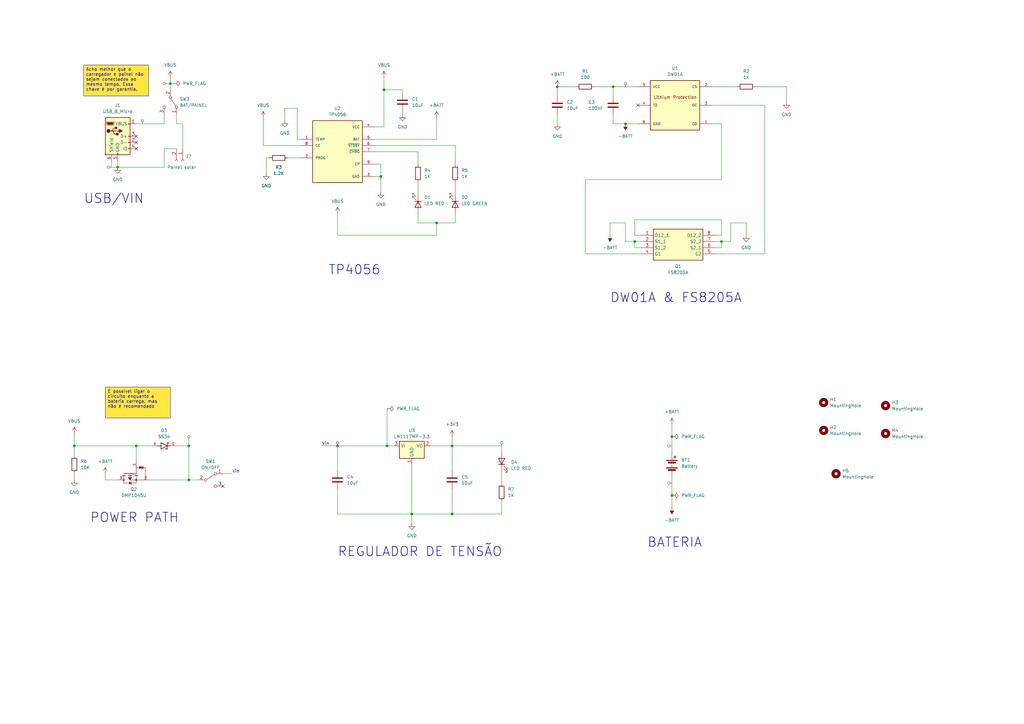
<source format=kicad_sch>
(kicad_sch (version 20230121) (generator eeschema)
  (paper "A3")
  (lib_symbols
    (symbol "Componentes_Usuario:DMP1045U" (pin_names (offset 1.016))
      (property "Reference" "Q" (at -10.16 7.62 0))
      (property "Value" "DMP1045U" (at -10.16 -7.62 0))
      (symbol "DMP1045U_0_0"
        (polyline (pts (xy -3.048 4.572) (xy -3.302 4.318)) (stroke (width 0.1524)))
        (polyline (pts (xy -2.54 2.54) (xy -2.54 4.572)) (stroke (width 0.1524)))
        (polyline (pts (xy -2.54 2.54) (xy 0 2.54)) (stroke (width 0.1524)))
        (polyline (pts (xy -2.54 4.572) (xy -3.048 4.572)) (stroke (width 0.1524)))
        (polyline (pts (xy -2.54 6.35) (xy -2.54 5.334)) (stroke (width 0.1524)))
        (polyline (pts (xy -2.54 6.35) (xy 2.54 6.35)) (stroke (width 0.1524)))
        (polyline (pts (xy -2.032 4.572) (xy -2.54 4.572)) (stroke (width 0.1524)))
        (polyline (pts (xy -1.778 4.826) (xy -2.032 4.572)) (stroke (width 0.1524)))
        (polyline (pts (xy 0 -2.54) (xy 0 2.54)) (stroke (width 0.254)))
        (polyline (pts (xy 0.762 -3.175) (xy 0.762 -2.54)) (stroke (width 0.254)))
        (polyline (pts (xy 0.762 -2.54) (xy 0.762 -1.905)) (stroke (width 0.254)))
        (polyline (pts (xy 0.762 -2.54) (xy 3.81 -2.54)) (stroke (width 0.1524)))
        (polyline (pts (xy 0.762 -0.762) (xy 0.762 0)) (stroke (width 0.254)))
        (polyline (pts (xy 0.762 0) (xy 0.762 0.762)) (stroke (width 0.254)))
        (polyline (pts (xy 0.762 0) (xy 2.54 0)) (stroke (width 0.1524)))
        (polyline (pts (xy 0.762 1.905) (xy 0.762 2.54)) (stroke (width 0.254)))
        (polyline (pts (xy 0.762 2.54) (xy 0.762 3.175)) (stroke (width 0.254)))
        (polyline (pts (xy 2.54 0) (xy 2.54 2.54)) (stroke (width 0.1524)))
        (polyline (pts (xy 2.54 2.54) (xy 0.762 2.54)) (stroke (width 0.1524)))
        (polyline (pts (xy 2.54 2.54) (xy 2.54 5.08)) (stroke (width 0.1524)))
        (polyline (pts (xy 2.54 2.54) (xy 3.81 2.54)) (stroke (width 0.1524)))
        (polyline (pts (xy 3.048 0.762) (xy 3.302 0.508)) (stroke (width 0.1524)))
        (polyline (pts (xy 3.302 0.508) (xy 3.81 0.508)) (stroke (width 0.1524)))
        (polyline (pts (xy 3.81 -2.54) (xy 3.81 0.508)) (stroke (width 0.1524)))
        (polyline (pts (xy 3.81 0.508) (xy 3.81 2.54)) (stroke (width 0.1524)))
        (polyline (pts (xy 3.81 0.508) (xy 4.318 0.508)) (stroke (width 0.1524)))
        (polyline (pts (xy 4.318 0.508) (xy 4.572 0.254)) (stroke (width 0.1524)))
        (polyline (pts (xy -2.54 4.572) (xy -3.048 5.334) (xy -2.032 5.334) (xy -2.54 4.572)) (stroke (width 0.1524)) (fill (type outline)))
        (polyline (pts (xy -2.54 4.572) (xy -2.032 3.81) (xy -3.048 3.81) (xy -2.54 4.572)) (stroke (width 0.1524)) (fill (type outline)))
        (polyline (pts (xy 2.54 0) (xy 1.524 0.762) (xy 1.524 -0.762) (xy 2.54 0)) (stroke (width 0.1524)) (fill (type outline)))
        (polyline (pts (xy 3.81 0.508) (xy 4.318 -0.254) (xy 3.302 -0.254) (xy 3.81 0.508)) (stroke (width 0.1524)) (fill (type outline)))
        (circle (center 2.54 -2.54) (radius 0.3592))
        (circle (center 2.54 2.54) (radius 0.3592))
        (pin passive line (at -5.08 2.54 0) (length 2.54) (name "~") (number "1"))
        (pin passive line (at 2.54 7.62 270) (length 2.54) (name "~") (number "2"))
        (pin passive line (at 2.54 -5.08 90) (length 2.54) (name "~") (number "3"))
      )
    )
    (symbol "Componentes_Usuario:DW01A" (pin_names (offset 1.016))
      (property "Reference" "U" (at -10.16 11.43 0))
      (property "Value" "DW01A" (at -10.16 -12.7 0))
      (symbol "DW01A_0_0"
        (rectangle (start -10.16 10.16) (end 10.16 -10.16) (stroke (width 0.254)) (fill (type background)))
        (text "Lithium Protection" (at -8.89 2.54 0) (effects (font (size 1.27 1.27)) (justify left bottom)))
      )
      (symbol "DW01A_1_0"
        (pin passive line (at 15.24 -7.62 180) (length 5.08) (name "OD") (number "1"))
        (pin passive line (at 15.24 7.62 180) (length 5.08) (name "CS") (number "2"))
        (pin passive line (at 15.24 0 180) (length 5.08) (name "OC") (number "3"))
        (pin passive line (at -15.24 0 0) (length 5.08) (name "TD") (number "4"))
        (pin passive line (at -15.24 7.62 0) (length 5.08) (name "VCC") (number "5"))
        (pin passive line (at -15.24 -7.62 0) (length 5.08) (name "GND") (number "6"))
      )
    )
    (symbol "Componentes_Usuario:FS8205A"
      (property "Reference" "Q" (at -10.16 -7.62 0))
      (property "Value" "FS8205A" (at -10.16 -10.16 0))
      (symbol "FS8205A_1_1"
        (rectangle (start -10.16 6.35) (end 10.16 -6.35) (stroke (width 0.254)) (fill (type background)))
        (pin passive line (at -15.24 3.81 0) (length 5.08) (name "D12_1") (number "1"))
        (pin passive line (at -15.24 1.27 0) (length 5.08) (name "S1_1") (number "2"))
        (pin passive line (at -15.24 -1.27 0) (length 5.08) (name "S1_2") (number "3"))
        (pin passive line (at -15.24 -3.81 0) (length 5.08) (name "G1") (number "4"))
        (pin passive line (at 15.24 -3.81 180) (length 5.08) (name "G2") (number "5"))
        (pin passive line (at 15.24 -1.27 180) (length 5.08) (name "S2_1") (number "6"))
        (pin passive line (at 15.24 1.27 180) (length 5.08) (name "S2_2") (number "7"))
        (pin passive line (at 15.24 3.81 180) (length 5.08) (name "D12_2") (number "8"))
      )
    )
    (symbol "Componentes_Usuario:SS34" (pin_names (offset 1.016))
      (property "Reference" "D" (at -5.08 2.54 0))
      (property "Value" "SS34" (at -5.08 -3.81 0))
      (symbol "SS34_0_0"
        (polyline (pts (xy -2.54 0) (xy -1.27 0)) (stroke (width 0.254)))
        (polyline (pts (xy -1.27 -1.27) (xy 1.27 0)) (stroke (width 0.254)))
        (polyline (pts (xy -1.27 0) (xy -1.27 -1.27)) (stroke (width 0.254)))
        (polyline (pts (xy -1.27 1.27) (xy -1.27 0)) (stroke (width 0.254)))
        (polyline (pts (xy 0.635 -1.016) (xy 0.635 -1.27)) (stroke (width 0.254)))
        (polyline (pts (xy 1.27 -1.27) (xy 0.635 -1.27)) (stroke (width 0.254)))
        (polyline (pts (xy 1.27 0) (xy -1.27 1.27)) (stroke (width 0.254)))
        (polyline (pts (xy 1.27 0) (xy 1.27 -1.27)) (stroke (width 0.254)))
        (polyline (pts (xy 1.27 1.27) (xy 1.27 0)) (stroke (width 0.254)))
        (polyline (pts (xy 1.905 1.27) (xy 1.27 1.27)) (stroke (width 0.254)))
        (polyline (pts (xy 1.905 1.27) (xy 1.905 1.016)) (stroke (width 0.254)))
        (polyline (pts (xy 2.54 0) (xy 1.27 0)) (stroke (width 0.254)))
        (pin passive line (at -5.08 0 0) (length 2.54) (name "~") (number "A"))
        (pin passive line (at 5.08 0 180) (length 2.54) (name "~") (number "C"))
      )
    )
    (symbol "Componentes_Usuario:TP4056" (pin_names (offset 1.016))
      (property "Reference" "U" (at -10.16 13.208 0))
      (property "Value" "TP4056" (at -10.16 -15.24 0))
      (symbol "TP4056_0_0"
        (rectangle (start -10.16 -12.7) (end 10.16 12.7) (stroke (width 0.254)) (fill (type background)))
        (pin passive line (at 15.24 -5.08 180) (length 5.08) (name "EP") (number "9"))
      )
      (symbol "TP4056_1_0"
        (pin passive line (at -15.24 5.08 0) (length 5.08) (name "TEMP") (number "1"))
        (pin passive line (at -15.24 -2.54 0) (length 5.08) (name "PROG") (number "2"))
        (pin passive line (at 15.24 -10.16 180) (length 5.08) (name "GND") (number "3"))
        (pin passive line (at 15.24 10.16 180) (length 5.08) (name "VCC") (number "4"))
        (pin passive line (at 15.24 5.08 180) (length 5.08) (name "BAT") (number "5"))
        (pin passive line (at 15.24 2.54 180) (length 5.08) (name "~{STDBY}") (number "6"))
        (pin passive line (at 15.24 0 180) (length 5.08) (name "~{CHRG}") (number "7"))
        (pin passive line (at -15.24 2.54 0) (length 5.08) (name "CE") (number "8"))
      )
    )
    (symbol "Connector:Conn_01x02_Socket" (pin_names (offset 1.016) hide)
      (property "Reference" "J" (at 0 2.54 0))
      (property "Value" "Conn_01x02_Socket" (at 0 -5.08 0))
      (symbol "Conn_01x02_Socket_1_1"
        (arc (start 0 -2.032) (mid -0.5058 -2.54) (end 0 -3.048) (stroke (width 0.1524)))
        (polyline (pts (xy -1.27 -2.54) (xy -0.508 -2.54)) (stroke (width 0.1524)))
        (polyline (pts (xy -1.27 0) (xy -0.508 0)) (stroke (width 0.1524)))
        (arc (start 0 0.508) (mid -0.5058 0) (end 0 -0.508) (stroke (width 0.1524)))
        (pin passive line (at -5.08 0 0) (length 3.81) (name "Pin_1") (number "1"))
        (pin passive line (at -5.08 -2.54 0) (length 3.81) (name "Pin_2") (number "2"))
      )
    )
    (symbol "Connector:USB_B_Micro" (pin_names (offset 1.016))
      (property "Reference" "J" (at -5.08 11.43 0))
      (property "Value" "USB_B_Micro" (at -5.08 8.89 0))
      (symbol "USB_B_Micro_0_1"
        (rectangle (start -5.08 -7.62) (end 5.08 7.62) (stroke (width 0.254)) (fill (type background)))
        (circle (center -3.81 2.159) (radius 0.635) (stroke (width 0.254)) (fill (type outline)))
        (circle (center -0.635 3.429) (radius 0.381) (stroke (width 0.254)) (fill (type outline)))
        (rectangle (start -0.127 -7.62) (end 0.127 -6.858))
        (polyline (pts (xy -1.905 2.159) (xy 0.635 2.159)) (stroke (width 0.254)))
        (polyline (pts (xy -3.175 2.159) (xy -2.54 2.159) (xy -1.27 3.429) (xy -0.635 3.429)) (stroke (width 0.254)))
        (polyline (pts (xy -2.54 2.159) (xy -1.905 2.159) (xy -1.27 0.889) (xy 0 0.889)) (stroke (width 0.254)))
        (polyline (pts (xy 0.635 2.794) (xy 0.635 1.524) (xy 1.905 2.159) (xy 0.635 2.794)) (stroke (width 0.254)) (fill (type outline)))
        (polyline (pts (xy -4.318 5.588) (xy -1.778 5.588) (xy -2.032 4.826) (xy -4.064 4.826) (xy -4.318 5.588)) (fill (type outline)))
        (polyline (pts (xy -4.699 5.842) (xy -4.699 5.588) (xy -4.445 4.826) (xy -4.445 4.572) (xy -1.651 4.572) (xy -1.651 4.826) (xy -1.397 5.588) (xy -1.397 5.842) (xy -4.699 5.842)))
        (rectangle (start 0.254 1.27) (end -0.508 0.508) (stroke (width 0.254)) (fill (type outline)))
        (rectangle (start 5.08 -5.207) (end 4.318 -4.953))
        (rectangle (start 5.08 -2.667) (end 4.318 -2.413))
        (rectangle (start 5.08 -0.127) (end 4.318 0.127))
        (rectangle (start 5.08 4.953) (end 4.318 5.207))
      )
      (symbol "USB_B_Micro_1_1"
        (pin power_out line (at 7.62 5.08 180) (length 2.54) (name "VBUS") (number "1"))
        (pin bidirectional line (at 7.62 -2.54 180) (length 2.54) (name "D-") (number "2"))
        (pin bidirectional line (at 7.62 0 180) (length 2.54) (name "D+") (number "3"))
        (pin passive line (at 7.62 -5.08 180) (length 2.54) (name "ID") (number "4"))
        (pin power_out line (at 0 -10.16 90) (length 2.54) (name "GND") (number "5"))
        (pin passive line (at -2.54 -10.16 90) (length 2.54) (name "Shield") (number "6"))
      )
    )
    (symbol "Device:Battery" (pin_numbers hide) (pin_names (offset 0) hide)
      (property "Reference" "BT" (at 2.54 2.54 0))
      (property "Value" "Battery" (at 2.54 0 0))
      (symbol "Battery_0_1"
        (rectangle (start -2.286 -1.27) (end 2.286 -1.524) (fill (type outline)))
        (rectangle (start -2.286 1.778) (end 2.286 1.524) (fill (type outline)))
        (rectangle (start -1.524 -2.032) (end 1.524 -2.54) (fill (type outline)))
        (rectangle (start -1.524 1.016) (end 1.524 0.508) (fill (type outline)))
        (polyline (pts (xy 0 -1.016) (xy 0 -0.762)))
        (polyline (pts (xy 0 -0.508) (xy 0 -0.254)))
        (polyline (pts (xy 0 0) (xy 0 0.254)))
        (polyline (pts (xy 0 1.778) (xy 0 2.54)))
        (polyline (pts (xy 0.762 3.048) (xy 1.778 3.048)) (stroke (width 0.254)))
        (polyline (pts (xy 1.27 3.556) (xy 1.27 2.54)) (stroke (width 0.254)))
      )
      (symbol "Battery_1_1"
        (pin passive line (at 0 5.08 270) (length 2.54) (name "+") (number "1"))
        (pin passive line (at 0 -5.08 90) (length 2.54) (name "-") (number "2"))
      )
    )
    (symbol "Device:C" (pin_numbers hide) (pin_names (offset 0.254))
      (property "Reference" "C" (at 0.635 2.54 0))
      (property "Value" "C" (at 0.635 -2.54 0))
      (symbol "C_0_1"
        (polyline (pts (xy -2.032 -0.762) (xy 2.032 -0.762)) (stroke (width 0.508)))
        (polyline (pts (xy -2.032 0.762) (xy 2.032 0.762)) (stroke (width 0.508)))
      )
      (symbol "C_1_1"
        (pin passive line (at 0 3.81 270) (length 2.794) (name "~") (number "1"))
        (pin passive line (at 0 -3.81 90) (length 2.794) (name "~") (number "2"))
      )
    )
    (symbol "Device:LED" (pin_numbers hide) (pin_names (offset 1.016) hide)
      (property "Reference" "D" (at 0 2.54 0))
      (property "Value" "LED" (at 0 -2.54 0))
      (symbol "LED_0_1"
        (polyline (pts (xy -1.27 -1.27) (xy -1.27 1.27)) (stroke (width 0.254)))
        (polyline (pts (xy -1.27 0) (xy 1.27 0)))
        (polyline (pts (xy 1.27 -1.27) (xy 1.27 1.27) (xy -1.27 0) (xy 1.27 -1.27)) (stroke (width 0.254)))
        (polyline (pts (xy -3.048 -0.762) (xy -4.572 -2.286) (xy -3.81 -2.286) (xy -4.572 -2.286) (xy -4.572 -1.524)))
        (polyline (pts (xy -1.778 -0.762) (xy -3.302 -2.286) (xy -2.54 -2.286) (xy -3.302 -2.286) (xy -3.302 -1.524)))
      )
      (symbol "LED_1_1"
        (pin passive line (at -3.81 0 0) (length 2.54) (name "K") (number "1"))
        (pin passive line (at 3.81 0 180) (length 2.54) (name "A") (number "2"))
      )
    )
    (symbol "Device:R" (pin_numbers hide) (pin_names (offset 0))
      (property "Reference" "R" (at 2.032 0 90))
      (property "Value" "R" (at 0 0 90))
      (symbol "R_0_1"
        (rectangle (start -1.016 -2.54) (end 1.016 2.54) (stroke (width 0.254)))
      )
      (symbol "R_1_1"
        (pin passive line (at 0 3.81 270) (length 1.27) (name "~") (number "1"))
        (pin passive line (at 0 -3.81 90) (length 1.27) (name "~") (number "2"))
      )
    )
    (symbol "Mechanical:MountingHole" (pin_names (offset 1.016))
      (property "Reference" "H" (at 0 5.08 0))
      (property "Value" "MountingHole" (at 0 3.175 0))
      (symbol "MountingHole_0_1"
        (circle (center 0 0) (radius 1.27) (stroke (width 1.27)))
      )
    )
    (symbol "Regulator_Linear:LM1117MP-3.3"
      (property "Reference" "U" (at -3.81 3.175 0))
      (property "Value" "LM1117MP-3.3" (at 0 3.175 0))
      (symbol "LM1117MP-3.3_0_1"
        (rectangle (start -5.08 -5.08) (end 5.08 1.905) (stroke (width 0.254)) (fill (type background)))
      )
      (symbol "LM1117MP-3.3_1_1"
        (pin power_in line (at 0 -7.62 90) (length 2.54) (name "GND") (number "1"))
        (pin power_out line (at 7.62 0 180) (length 2.54) (name "VO") (number "2"))
        (pin power_in line (at -7.62 0 0) (length 2.54) (name "VI") (number "3"))
      )
    )
    (symbol "Switch:SW_SPDT" (pin_names (offset 0) hide)
      (property "Reference" "SW" (at 0 4.318 0))
      (property "Value" "SW_SPDT" (at 0 -5.08 0))
      (symbol "SW_SPDT_0_0"
        (circle (center -2.032 0) (radius 0.508))
        (circle (center 2.032 -2.54) (radius 0.508))
      )
      (symbol "SW_SPDT_0_1"
        (polyline (pts (xy -1.524 0.254) (xy 1.651 2.286)))
        (circle (center 2.032 2.54) (radius 0.508))
      )
      (symbol "SW_SPDT_1_1"
        (pin passive line (at 5.08 2.54 180) (length 2.54) (name "A") (number "1"))
        (pin passive line (at -5.08 0 0) (length 2.54) (name "B") (number "2"))
        (pin passive line (at 5.08 -2.54 180) (length 2.54) (name "C") (number "3"))
      )
    )
    (symbol "power:+3V3" (power) (pin_names (offset 0))
      (property "Value" "+3V3" (at 0 3.556 0))
      (symbol "+3V3_0_1"
        (polyline (pts (xy -0.762 1.27) (xy 0 2.54)))
        (polyline (pts (xy 0 0) (xy 0 2.54)))
        (polyline (pts (xy 0 2.54) (xy 0.762 1.27)))
      )
      (symbol "+3V3_1_1"
        (pin power_in line (at 0 0 90) (length 0) hide (name "+3V3") (number "1"))
      )
    )
    (symbol "power:+BATT" (power) (pin_names (offset 0))
      (property "Value" "+BATT" (at 0 3.556 0))
      (symbol "+BATT_0_1"
        (polyline (pts (xy -0.762 1.27) (xy 0 2.54)))
        (polyline (pts (xy 0 0) (xy 0 2.54)))
        (polyline (pts (xy 0 2.54) (xy 0.762 1.27)))
      )
      (symbol "+BATT_1_1"
        (pin power_in line (at 0 0 90) (length 0) hide (name "+BATT") (number "1"))
      )
    )
    (symbol "power:-BATT" (power) (pin_names (offset 0))
      (property "Value" "-BATT" (at 0 3.556 0))
      (symbol "-BATT_0_1"
        (polyline (pts (xy 0 0) (xy 0 2.54)))
        (polyline (pts (xy 0.762 1.27) (xy -0.762 1.27) (xy 0 2.54) (xy 0.762 1.27)) (fill (type outline)))
      )
      (symbol "-BATT_1_1"
        (pin power_in line (at 0 0 90) (length 0) hide (name "-BATT") (number "1"))
      )
    )
    (symbol "power:GND" (power) (pin_names (offset 0))
      (property "Value" "GND" (at 0 -3.81 0))
      (symbol "GND_0_1"
        (polyline (pts (xy 0 0) (xy 0 -1.27) (xy 1.27 -1.27) (xy 0 -2.54) (xy -1.27 -1.27) (xy 0 -1.27)))
      )
      (symbol "GND_1_1"
        (pin power_in line (at 0 0 270) (length 0) hide (name "GND") (number "1"))
      )
    )
    (symbol "power:PWR_FLAG" (power) (pin_numbers hide) (pin_names (offset 0) hide)
      (property "Value" "PWR_FLAG" (at 0 3.81 0))
      (symbol "PWR_FLAG_0_0"
        (pin power_out line (at 0 0 90) (length 0) (name "pwr") (number "1"))
      )
      (symbol "PWR_FLAG_0_1"
        (polyline (pts (xy 0 0) (xy 0 1.27) (xy -1.016 1.905) (xy 0 2.54) (xy 1.016 1.905) (xy 0 1.27)))
      )
    )
    (symbol "power:VBUS" (power) (pin_names (offset 0))
      (property "Value" "VBUS" (at 0 3.81 0))
      (symbol "VBUS_0_1"
        (polyline (pts (xy -0.762 1.27) (xy 0 2.54)))
        (polyline (pts (xy 0 0) (xy 0 2.54)))
        (polyline (pts (xy 0 2.54) (xy 0.762 1.27)))
      )
      (symbol "VBUS_1_1"
        (pin power_in line (at 0 0 90) (length 0) hide (name "VBUS") (number "1"))
      )
    )
  )
  (junction (at 168.91 210.82))
  (junction (at 157.48 36.83))
  (junction (at 138.43 182.88))
  (junction (at 185.42 182.88))
  (junction (at 275.59 203.2))
  (junction (at 156.21 72.39))
  (junction (at 77.47 196.85))
  (junction (at 30.48 182.88))
  (junction (at 179.07 91.44))
  (junction (at 228.6 35.56))
  (junction (at 256.54 50.8))
  (junction (at 260.35 99.06))
  (junction (at 55.88 182.88))
  (junction (at 295.91 99.06))
  (junction (at 251.46 35.56))
  (junction (at 48.26 68.58))
  (junction (at 185.42 210.82))
  (junction (at 77.47 182.88))
  (junction (at 275.59 179.07))
  (junction (at 158.75 182.88))
  (junction (at 69.85 34.29))
  (no_connect (at 55.88 55.88))
  (no_connect (at 55.88 60.96))
  (no_connect (at 55.88 58.42))
  (no_connect (at 261.62 43.18))
  (no_connect (at 91.44 199.39))
  (wire (pts (xy 43.18 196.85) (xy 48.26 196.85)))
  (wire (pts (xy 295.91 90.17) (xy 295.91 96.52)))
  (wire (pts (xy 293.37 99.06) (xy 295.91 99.06)))
  (wire (pts (xy 292.1 50.8) (xy 295.91 50.8)))
  (wire (pts (xy 186.69 74.93) (xy 186.69 80.01)))
  (wire (pts (xy 185.42 179.07) (xy 185.42 182.88)))
  (wire (pts (xy 186.69 91.44) (xy 186.69 87.63)))
  (wire (pts (xy 67.31 50.8) (xy 67.31 46.99)))
  (wire (pts (xy 171.45 87.63) (xy 171.45 91.44)))
  (wire (pts (xy 72.39 50.8) (xy 74.93 50.8)))
  (wire (pts (xy 109.22 64.77) (xy 109.22 71.12)))
  (wire (pts (xy 186.69 59.69) (xy 186.69 67.31)))
  (wire (pts (xy 205.74 193.04) (xy 205.74 198.12)))
  (wire (pts (xy 138.43 210.82) (xy 168.91 210.82)))
  (wire (pts (xy 121.92 57.15) (xy 123.19 57.15)))
  (wire (pts (xy 295.91 73.66) (xy 240.03 73.66)))
  (wire (pts (xy 256.54 50.8) (xy 261.62 50.8)))
  (wire (pts (xy 240.03 104.14) (xy 262.89 104.14)))
  (wire (pts (xy 295.91 50.8) (xy 295.91 73.66)))
  (wire (pts (xy 299.72 99.06) (xy 299.72 91.44)))
  (wire (pts (xy 299.72 91.44) (xy 306.07 91.44)))
  (wire (pts (xy 30.48 177.8) (xy 30.48 182.88)))
  (wire (pts (xy 185.42 182.88) (xy 176.53 182.88)))
  (wire (pts (xy 179.07 91.44) (xy 186.69 91.44)))
  (wire (pts (xy 55.88 50.8) (xy 67.31 50.8)))
  (wire (pts (xy 260.35 90.17) (xy 295.91 90.17)))
  (wire (pts (xy 157.48 31.75) (xy 157.48 36.83)))
  (wire (pts (xy 322.58 35.56) (xy 322.58 41.91)))
  (wire (pts (xy 67.31 68.58) (xy 48.26 68.58)))
  (wire (pts (xy 157.48 52.07) (xy 153.67 52.07)))
  (wire (pts (xy 43.18 196.85) (xy 43.18 194.31)))
  (wire (pts (xy 138.43 96.52) (xy 138.43 87.63)))
  (wire (pts (xy 95.25 194.31) (xy 91.44 194.31)))
  (wire (pts (xy 251.46 39.37) (xy 251.46 35.56)))
  (wire (pts (xy 107.95 48.26) (xy 107.95 59.69)))
  (wire (pts (xy 55.88 182.88) (xy 55.88 189.23)))
  (wire (pts (xy 67.31 60.96) (xy 67.31 68.58)))
  (wire (pts (xy 30.48 196.85) (xy 30.48 194.31)))
  (wire (pts (xy 74.93 50.8) (xy 74.93 60.96)))
  (wire (pts (xy 171.45 74.93) (xy 171.45 80.01)))
  (wire (pts (xy 30.48 182.88) (xy 55.88 182.88)))
  (wire (pts (xy 116.84 44.45) (xy 116.84 49.53)))
  (wire (pts (xy 165.1 36.83) (xy 157.48 36.83)))
  (wire (pts (xy 228.6 35.56) (xy 236.22 35.56)))
  (wire (pts (xy 165.1 38.1) (xy 165.1 36.83)))
  (wire (pts (xy 168.91 210.82) (xy 168.91 190.5)))
  (wire (pts (xy 260.35 96.52) (xy 260.35 90.17)))
  (wire (pts (xy 179.07 57.15) (xy 179.07 48.26)))
  (wire (pts (xy 313.69 43.18) (xy 313.69 104.14)))
  (wire (pts (xy 171.45 67.31) (xy 171.45 62.23)))
  (wire (pts (xy 77.47 182.88) (xy 77.47 196.85)))
  (wire (pts (xy 138.43 96.52) (xy 179.07 96.52)))
  (wire (pts (xy 275.59 173.99) (xy 275.59 179.07)))
  (wire (pts (xy 165.1 46.99) (xy 165.1 45.72)))
  (wire (pts (xy 240.03 73.66) (xy 240.03 104.14)))
  (wire (pts (xy 306.07 91.44) (xy 306.07 96.52)))
  (wire (pts (xy 81.28 196.85) (xy 77.47 196.85)))
  (wire (pts (xy 69.85 36.83) (xy 69.85 34.29)))
  (wire (pts (xy 275.59 179.07) (xy 275.59 185.42)))
  (wire (pts (xy 260.35 99.06) (xy 256.54 99.06)))
  (wire (pts (xy 295.91 99.06) (xy 295.91 101.6)))
  (wire (pts (xy 256.54 91.44) (xy 250.19 91.44)))
  (wire (pts (xy 69.85 34.29) (xy 71.12 34.29)))
  (wire (pts (xy 121.92 44.45) (xy 116.84 44.45)))
  (wire (pts (xy 30.48 182.88) (xy 30.48 186.69)))
  (wire (pts (xy 153.67 57.15) (xy 179.07 57.15)))
  (wire (pts (xy 118.11 64.77) (xy 123.19 64.77)))
  (wire (pts (xy 109.22 64.77) (xy 110.49 64.77)))
  (wire (pts (xy 309.88 35.56) (xy 322.58 35.56)))
  (wire (pts (xy 292.1 35.56) (xy 302.26 35.56)))
  (wire (pts (xy 69.85 31.75) (xy 69.85 34.29)))
  (wire (pts (xy 48.26 66.04) (xy 48.26 68.58)))
  (wire (pts (xy 250.19 91.44) (xy 250.19 96.52)))
  (wire (pts (xy 157.48 36.83) (xy 157.48 52.07)))
  (wire (pts (xy 205.74 205.74) (xy 205.74 210.82)))
  (wire (pts (xy 156.21 67.31) (xy 156.21 72.39)))
  (wire (pts (xy 262.89 101.6) (xy 260.35 101.6)))
  (wire (pts (xy 158.75 167.64) (xy 158.75 182.88)))
  (wire (pts (xy 295.91 96.52) (xy 293.37 96.52)))
  (wire (pts (xy 153.67 59.69) (xy 186.69 59.69)))
  (wire (pts (xy 185.42 193.04) (xy 185.42 182.88)))
  (wire (pts (xy 67.31 60.96) (xy 72.39 60.96)))
  (wire (pts (xy 171.45 91.44) (xy 179.07 91.44)))
  (wire (pts (xy 138.43 200.66) (xy 138.43 210.82)))
  (wire (pts (xy 55.88 182.88) (xy 62.23 182.88)))
  (wire (pts (xy 243.84 35.56) (xy 251.46 35.56)))
  (wire (pts (xy 60.96 196.85) (xy 77.47 196.85)))
  (wire (pts (xy 107.95 59.69) (xy 123.19 59.69)))
  (wire (pts (xy 185.42 200.66) (xy 185.42 210.82)))
  (wire (pts (xy 256.54 99.06) (xy 256.54 91.44)))
  (wire (pts (xy 48.26 68.58) (xy 45.72 68.58)))
  (wire (pts (xy 295.91 101.6) (xy 293.37 101.6)))
  (wire (pts (xy 251.46 46.99) (xy 251.46 50.8)))
  (wire (pts (xy 138.43 182.88) (xy 138.43 193.04)))
  (wire (pts (xy 251.46 50.8) (xy 256.54 50.8)))
  (wire (pts (xy 275.59 203.2) (xy 275.59 208.28)))
  (wire (pts (xy 228.6 39.37) (xy 228.6 35.56)))
  (wire (pts (xy 121.92 57.15) (xy 121.92 44.45)))
  (wire (pts (xy 185.42 182.88) (xy 205.74 182.88)))
  (wire (pts (xy 138.43 182.88) (xy 158.75 182.88)))
  (wire (pts (xy 275.59 195.58) (xy 275.59 203.2)))
  (wire (pts (xy 251.46 35.56) (xy 261.62 35.56)))
  (wire (pts (xy 260.35 101.6) (xy 260.35 99.06)))
  (wire (pts (xy 228.6 50.8) (xy 228.6 46.99)))
  (wire (pts (xy 205.74 210.82) (xy 185.42 210.82)))
  (wire (pts (xy 185.42 210.82) (xy 168.91 210.82)))
  (wire (pts (xy 72.39 182.88) (xy 77.47 182.88)))
  (wire (pts (xy 77.47 182.88) (xy 77.47 180.34)))
  (wire (pts (xy 72.39 46.99) (xy 72.39 50.8)))
  (wire (pts (xy 179.07 91.44) (xy 179.07 96.52)))
  (wire (pts (xy 262.89 96.52) (xy 260.35 96.52)))
  (wire (pts (xy 168.91 214.63) (xy 168.91 210.82)))
  (wire (pts (xy 158.75 182.88) (xy 161.29 182.88)))
  (wire (pts (xy 45.72 68.58) (xy 45.72 66.04)))
  (wire (pts (xy 260.35 99.06) (xy 262.89 99.06)))
  (wire (pts (xy 153.67 67.31) (xy 156.21 67.31)))
  (wire (pts (xy 205.74 182.88) (xy 205.74 185.42)))
  (wire (pts (xy 295.91 99.06) (xy 299.72 99.06)))
  (wire (pts (xy 313.69 104.14) (xy 293.37 104.14)))
  (wire (pts (xy 153.67 72.39) (xy 156.21 72.39)))
  (wire (pts (xy 156.21 72.39) (xy 156.21 78.74)))
  (wire (pts (xy 153.67 62.23) (xy 171.45 62.23)))
  (wire (pts (xy 68.58 34.29) (xy 69.85 34.29)))
  (wire (pts (xy 132.08 182.88) (xy 138.43 182.88)))
  (wire (pts (xy 292.1 43.18) (xy 313.69 43.18)))
  (text_box "É possível ligar o circuito enquanto a bateria carrega, mas não é recomendado" (at 43.18 158.75 0) (size 26.67 12.7) (fill (type color) (color 255 231 62 1)) (effects (font (size 1.27 1.27)) (justify left top)))
  (text_box "Acho melhor que o carregador e painel não sejam conectados ao mesmo tempo. Essa chave é por garantia." (at 34.29 26.67 0) (size 26.67 12.7) (fill (type color) (color 255 231 62 1)) (effects (font (size 1.27 1.27)) (justify left top)))
  (text "POWER PATH" (at 36.83 214.63 0) (effects (font (size 3.81 3.81) (thickness 0.254) bold) (justify left bottom)))
  (text "DW01A & FS8205A" (at 250.19 124.46 0) (effects (font (size 3.81 3.81) (thickness 0.254) bold) (justify left bottom)))
  (text "REGULADOR DE TENSÃO" (at 138.43 228.6 0) (effects (font (size 3.81 3.81) (thickness 0.254) bold) (justify left bottom)))
  (text "BATERIA" (at 265.43 224.79 0) (effects (font (size 3.81 3.81) (thickness 0.254) bold) (justify left bottom)))
  (text "USB/VIN" (at 34.29 83.82 0) (effects (font (size 3.81 3.81) (thickness 0.254) bold) (justify left bottom)))
  (text "TP4056" (at 134.62 113.03 0) (effects (font (size 3.81 3.81) (thickness 0.254) bold) (justify left bottom)))
  (label "Vin" (at 132.08 182.88 0))
  (label "Vin" (at 95.25 194.31 0))
  (netclass_flag "" (length 1.27) (shape round) (at 256.54 35.56 0) (property "Netclass" "Power" (effects hide)))
  (netclass_flag "" (length 1.27) (shape round) (at 45.72 68.58 90) (property "Netclass" "Power" (effects hide)))
  (netclass_flag "" (length 1.27) (shape round) (at 138.43 182.88 0) (property "Netclass" "Power" (effects hide)))
  (netclass_flag "" (length 1.27) (shape round) (at 205.74 182.88 0) (property "Netclass" "Power" (effects hide)))
  (netclass_flag "" (length 1.27) (shape round) (at 275.59 198.12 90) (property "Netclass" "Power" (effects hide)))
  (netclass_flag "" (length 1.27) (shape round) (at 77.47 180.34 0) (property "Netclass" "Power" (effects hide)))
  (netclass_flag "" (length 1.27) (shape round) (at 275.59 182.88 90) (property "Netclass" "Power" (effects hide)))
  (netclass_flag "" (length 1.27) (shape round) (at 68.58 34.29 90) (property "Netclass" "Power" (effects hide)))
  (netclass_flag "" (length 1.27) (shape round) (at 58.42 50.8 0) (property "Netclass" "Power" (effects hide)))
  (symbol (lib_id "Mechanical:MountingHole") (at 337.82 165.1 0) (unit 1)
    (property "Reference" "H1" (at 340.36 163.83 0) (effects (justify left)))
    (property "Value" "MountingHole" (at 340.36 166.37 0) (effects (justify left)))
    (property "Footprint" "Footprint_lib_user:Espacador" (effects hide))
  )
  (symbol (lib_id "power:-BATT") (at 256.54 50.8 180) (unit 1)
    (property "Reference" "#PWR024" (effects hide))
    (property "Value" "-BATT" (at 256.54 55.88 0))
  )
  (symbol (lib_id "Regulator_Linear:LM1117MP-3.3") (at 168.91 182.88 0) (unit 1)
    (property "Reference" "U3" (at 168.91 176.53 0))
    (property "Value" "LM1117MP-3.3" (at 168.91 179.07 0))
    (property "Footprint" "Package_TO_SOT_SMD:SOT-223-3_TabPin2" (effects hide))
    (property "Datasheet" "http://www.ti.com/lit/ds/symlink/lm1117.pdf" (effects hide))
  )
  (symbol (lib_id "Mechanical:MountingHole") (at 363.22 166.37 0) (unit 1)
    (property "Reference" "H3" (at 365.76 165.1 0) (effects (justify left)))
    (property "Value" "MountingHole" (at 365.76 167.64 0) (effects (justify left)))
    (property "Footprint" "Footprint_lib_user:Espacador" (effects hide))
  )
  (symbol (lib_id "Device:R") (at 205.74 201.93 0) (unit 1)
    (property "Reference" "R7" (at 208.28 200.66 0) (effects (justify left)))
    (property "Value" "1K" (at 208.28 203.2 0) (effects (justify left)))
    (property "Footprint" "Resistor_SMD:R_0805_2012Metric" (effects hide))
  )
  (symbol (lib_id "Device:C") (at 185.42 196.85 0) (unit 1)
    (property "Reference" "C5" (at 189.23 195.58 0) (effects (justify left)))
    (property "Value" "10uF" (at 189.23 198.12 0) (effects (justify left)))
    (property "Footprint" "Capacitor_SMD:C_0805_2012Metric" (effects hide))
  )
  (symbol (lib_id "Device:C") (at 138.43 196.85 0) (unit 1)
    (property "Reference" "C4" (at 142.24 195.58 0) (effects (justify left)))
    (property "Value" "10uF" (at 142.24 198.12 0) (effects (justify left)))
    (property "Footprint" "Capacitor_SMD:C_0805_2012Metric" (effects hide))
  )
  (symbol (lib_id "power:+3V3") (at 185.42 179.07 0) (unit 1)
    (property "Reference" "#PWR03" (effects hide))
    (property "Value" "+3V3" (at 185.42 173.99 0))
  )
  (symbol (lib_id "power:-BATT") (at 250.19 96.52 180) (unit 1)
    (property "Reference" "#PWR022" (effects hide))
    (property "Value" "-BATT" (at 250.19 101.6 0))
  )
  (symbol (lib_id "power:PWR_FLAG") (at 71.12 34.29 270) (unit 1)
    (property "Reference" "#FLG01" (effects hide))
    (property "Value" "PWR_FLAG" (at 74.93 34.29 90) (effects (justify left)))
  )
  (symbol (lib_id "power:GND") (at 156.21 78.74 0) (unit 1)
    (property "Reference" "#PWR014" (effects hide))
    (property "Value" "GND" (at 156.21 83.82 0))
  )
  (symbol (lib_id "power:GND") (at 228.6 50.8 0) (unit 1)
    (property "Reference" "#PWR026" (effects hide))
    (property "Value" "GND" (at 228.6 55.88 0))
  )
  (symbol (lib_id "Device:LED") (at 205.74 189.23 90) (unit 1)
    (property "Reference" "D4" (at 209.55 189.5475 90) (effects (justify right)))
    (property "Value" "LED RED" (at 209.55 192.0875 90) (effects (justify right)))
    (property "Footprint" "LED_SMD:LED_0805_2012Metric" (effects hide))
  )
  (symbol (lib_id "power:PWR_FLAG") (at 275.59 203.2 270) (unit 1)
    (property "Reference" "#FLG05" (effects hide))
    (property "Value" "PWR_FLAG" (at 279.4 203.2 90) (effects (justify left)))
  )
  (symbol (lib_id "power:VBUS") (at 107.95 48.26 0) (unit 1)
    (property "Reference" "#PWR011" (effects hide))
    (property "Value" "VBUS" (at 107.95 43.18 0))
  )
  (symbol (lib_id "power:+BATT") (at 275.59 173.99 0) (unit 1)
    (property "Reference" "#PWR01" (effects hide))
    (property "Value" "+BATT" (at 275.59 168.91 0))
  )
  (symbol (lib_id "Device:R") (at 306.07 35.56 90) (unit 1)
    (property "Reference" "R2" (at 306.07 29.21 90))
    (property "Value" "1K" (at 306.07 31.75 90))
    (property "Footprint" "Resistor_SMD:R_0805_2012Metric" (effects hide))
  )
  (symbol (lib_id "Componentes_Usuario:TP4056") (at 138.43 62.23 0) (unit 1)
    (property "Reference" "U2" (at 138.43 44.45 0))
    (property "Value" "TP4056" (at 138.43 46.99 0))
    (property "Footprint" "Footprint_lib_user:TP4056" (effects hide))
  )
  (symbol (lib_id "power:VBUS") (at 30.48 177.8 0) (unit 1)
    (property "Reference" "#PWR06" (effects hide))
    (property "Value" "VBUS" (at 30.48 172.72 0))
  )
  (symbol (lib_id "Device:R") (at 171.45 71.12 0) (unit 1)
    (property "Reference" "R4" (at 173.99 69.85 0) (effects (justify left)))
    (property "Value" "1K" (at 173.99 72.39 0) (effects (justify left)))
    (property "Footprint" "Resistor_SMD:R_0805_2012Metric" (effects hide))
  )
  (symbol (lib_id "power:-BATT") (at 275.59 208.28 180) (unit 1)
    (property "Reference" "#PWR018" (effects hide))
    (property "Value" "-BATT" (at 275.59 213.36 0))
  )
  (symbol (lib_id "power:GND") (at 109.22 71.12 0) (unit 1)
    (property "Reference" "#PWR015" (effects hide))
    (property "Value" "GND" (at 109.22 76.2 0))
  )
  (symbol (lib_id "power:GND") (at 30.48 196.85 0) (unit 1)
    (property "Reference" "#PWR07" (effects hide))
    (property "Value" "GND" (at 30.48 201.93 0))
  )
  (symbol (lib_id "Componentes_Usuario:FS8205A") (at 278.13 100.33 0) (unit 1)
    (property "Reference" "Q1" (at 278.13 109.22 0))
    (property "Value" "FS8205A" (at 278.13 111.76 0))
    (property "Footprint" "Footprint_lib_user:FS8205A" (effects hide))
    (property "Datasheet" "http://www.ic-fortune.com/upload/Download/FS8205A-DS-12_EN.pdf" (effects hide))
    (property "Height" "1.2" (effects hide))
    (property "Manufacturer_Name" "Fortune Semiconductor Corporation" (effects hide))
    (property "Manufacturer_Part_Number" "FS8205A" (effects hide))
  )
  (symbol (lib_id "Device:C") (at 165.1 41.91 0) (unit 1)
    (property "Reference" "C1" (at 168.91 40.64 0) (effects (justify left)))
    (property "Value" "10uF" (at 168.91 43.18 0) (effects (justify left)))
    (property "Footprint" "Capacitor_SMD:C_0805_2012Metric" (effects hide))
  )
  (symbol (lib_id "power:GND") (at 306.07 96.52 0) (unit 1)
    (property "Reference" "#PWR021" (effects hide))
    (property "Value" "GND" (at 306.07 101.6 0))
  )
  (symbol (lib_id "Device:R") (at 30.48 190.5 0) (unit 1)
    (property "Reference" "R6" (at 33.02 189.23 0) (effects (justify left)))
    (property "Value" "10K" (at 33.02 191.77 0) (effects (justify left)))
    (property "Footprint" "Resistor_SMD:R_0805_2012Metric" (effects hide))
  )
  (symbol (lib_id "power:VBUS") (at 138.43 87.63 0) (unit 1)
    (property "Reference" "#PWR017" (effects hide))
    (property "Value" "VBUS" (at 138.43 82.55 0))
  )
  (symbol (lib_id "power:GND") (at 165.1 46.99 0) (unit 1)
    (property "Reference" "#PWR010" (effects hide))
    (property "Value" "GND" (at 165.1 52.07 0))
  )
  (symbol (lib_id "power:GND") (at 48.26 68.58 0) (unit 1)
    (property "Reference" "#PWR09" (effects hide))
    (property "Value" "GND" (at 48.26 73.66 0))
  )
  (symbol (lib_id "Device:R") (at 186.69 71.12 0) (unit 1)
    (property "Reference" "R5" (at 189.23 69.85 0) (effects (justify left)))
    (property "Value" "1K" (at 189.23 72.39 0) (effects (justify left)))
    (property "Footprint" "Resistor_SMD:R_0805_2012Metric" (effects hide))
  )
  (symbol (lib_id "Device:C") (at 251.46 43.18 0) (unit 1)
    (property "Reference" "C3" (at 241.3 41.91 0) (effects (justify left)))
    (property "Value" "100nF" (at 241.3 44.45 0) (effects (justify left)))
    (property "Footprint" "Capacitor_SMD:C_0805_2012Metric" (effects hide))
  )
  (symbol (lib_id "Switch:SW_SPDT") (at 69.85 41.91 270) (unit 1)
    (property "Reference" "SW3" (at 73.66 40.64 90) (effects (justify left)))
    (property "Value" "BAT/PAINEL" (at 73.66 43.18 90) (effects (justify left)))
    (property "Footprint" "Footprint_lib_user:SW_DESLIZANTE" (effects hide))
  )
  (symbol (lib_id "power:GND") (at 116.84 49.53 0) (unit 1)
    (property "Reference" "#PWR016" (effects hide))
    (property "Value" "GND" (at 116.84 54.61 0))
  )
  (symbol (lib_id "Mechanical:MountingHole") (at 337.82 176.53 0) (unit 1)
    (property "Reference" "H2" (at 340.36 175.26 0) (effects (justify left)))
    (property "Value" "MountingHole" (at 340.36 177.8 0) (effects (justify left)))
    (property "Footprint" "Footprint_lib_user:Espacador" (effects hide))
  )
  (symbol (lib_id "power:PWR_FLAG") (at 275.59 179.07 270) (unit 1)
    (property "Reference" "#FLG06" (effects hide))
    (property "Value" "PWR_FLAG" (at 279.4 179.07 90) (effects (justify left)))
  )
  (symbol (lib_id "power:+BATT") (at 228.6 35.56 0) (unit 1)
    (property "Reference" "#PWR025" (effects hide))
    (property "Value" "+BATT" (at 228.6 30.48 0))
  )
  (symbol (lib_id "Mechanical:MountingHole") (at 342.9 194.31 0) (unit 1)
    (property "Reference" "H5" (at 345.44 193.04 0) (effects (justify left)))
    (property "Value" "MountingHole" (at 345.44 195.58 0) (effects (justify left)))
    (property "Footprint" "Footprint_lib_user:Painel_solar" (effects hide))
  )
  (symbol (lib_id "Device:Battery") (at 275.59 190.5 0) (unit 1)
    (property "Reference" "BT1" (at 279.4 188.6585 0) (effects (justify left)))
    (property "Value" "Battery" (at 279.4 191.1985 0) (effects (justify left)))
    (property "Footprint" "Battery:BatteryHolder_Keystone_1042_1x18650" (effects hide))
  )
  (symbol (lib_id "Componentes_Usuario:DMP1045U") (at 53.34 194.31 270) (unit 1)
    (property "Reference" "Q2" (at 54.9021 200.66 90))
    (property "Value" "DMP1045U" (at 54.9021 203.2 90))
    (property "Footprint" "Footprint_lib_user:DMP1045U" (effects hide))
    (property "MF" "Diodes Inc." (effects hide))
    (property "MAXIMUM_PACKAGE_HEIGHT" "1.1 mm" (effects hide))
    (property "Package" "SOT-23 Diodes Inc." (effects hide))
    (property "Price" "None" (effects hide))
    (property "Check_prices" "https://www.snapeda.com/parts/DMP1045U/Diodes+Inc./view-part/?ref=eda" (effects hide))
    (property "STANDARD" "IPC 7351B" (effects hide))
    (property "PARTREV" "7 - 2" (effects hide))
    (property "SnapEDA_Link" "https://www.snapeda.com/parts/DMP1045U/Diodes+Inc./view-part/?ref=snap" (effects hide))
    (property "MP" "DMP1045U" (effects hide))
    (property "Description" "\nP-Channel 12 V 2.6A (Ta) 530mW Surface Mount X2-WLB0808-4 (Type C)\n" (effects hide))
    (property "Availability" "In Stock" (effects hide))
    (property "MANUFACTURER" "Diodes Inc." (effects hide))
  )
  (symbol (lib_id "power:PWR_FLAG") (at 158.75 167.64 270) (unit 1)
    (property "Reference" "#FLG04" (effects hide))
    (property "Value" "PWR_FLAG" (at 162.56 167.64 90) (effects (justify left)))
  )
  (symbol (lib_id "Connector:USB_B_Micro") (at 48.26 55.88 0) (unit 1)
    (property "Reference" "J1" (at 48.26 43.18 0))
    (property "Value" "USB_B_Micro" (at 48.26 45.72 0))
    (property "Footprint" "Connector_USB:USB_Micro-B_Molex_47346-0001" (effects hide))
  )
  (symbol (lib_id "Device:LED") (at 171.45 83.82 270) (unit 1)
    (property "Reference" "D1" (at 173.99 80.9625 90) (effects (justify left)))
    (property "Value" "LED RED" (at 173.99 83.5025 90) (effects (justify left)))
    (property "Footprint" "LED_SMD:LED_0805_2012Metric" (effects hide))
  )
  (symbol (lib_id "Componentes_Usuario:DW01A") (at 276.86 43.18 0) (unit 1)
    (property "Reference" "U1" (at 276.86 27.94 0))
    (property "Value" "DW01A" (at 276.86 30.48 0))
    (property "Footprint" "Footprint_lib_user:DW01A" (effects hide))
  )
  (symbol (lib_id "power:+BATT") (at 179.07 48.26 0) (unit 1)
    (property "Reference" "#PWR020" (effects hide))
    (property "Value" "+BATT" (at 179.07 43.18 0))
  )
  (symbol (lib_id "Componentes_Usuario:SS34") (at 67.31 182.88 0) (unit 1)
    (property "Reference" "D3" (at 67.31 176.53 0))
    (property "Value" "SS34" (at 67.31 179.07 0))
    (property "Footprint" "Footprint_lib_user:SS34" (effects hide))
    (property "MF" "onsemi" (effects hide))
    (property "SNAPEDA_PACKAGE_ID" "36301" (effects hide))
    (property "Package" "SMC-2 ON Semiconductor" (effects hide))
    (property "Price" "None" (effects hide))
    (property "Check_prices" "https://www.snapeda.com/parts/SS34/Onsemi/view-part/?ref=eda" (effects hide))
    (property "STANDARD" "IPC-7351B" (effects hide))
    (property "PARTREV" "31 Aug 2016" (effects hide))
    (property "SnapEDA_Link" "https://www.snapeda.com/parts/SS34/Onsemi/view-part/?ref=snap" (effects hide))
    (property "MP" "SS34" (effects hide))
    (property "Purchase-URL" "https://www.snapeda.com/api/url_track_click_mouser/?unipart_id=6593245&manufacturer=onsemi&part_name=SS34&search_term=ss34" (effects hide))
    (property "Description" "\nDiode Schottky 40 V 3A Surface Mount SMC (DO-214AB)\n" (effects hide))
    (property "MANUFACTURER" "On Semiconductor" (effects hide))
    (property "Availability" "In Stock" (effects hide))
    (property "MAXIMUM_PACKAGE_HEIGHT" "2.65mm" (effects hide))
  )
  (symbol (lib_id "power:+BATT") (at 43.18 194.31 0) (unit 1)
    (property "Reference" "#PWR08" (effects hide))
    (property "Value" "+BATT" (at 43.18 189.23 0))
  )
  (symbol (lib_id "Device:R") (at 240.03 35.56 90) (unit 1)
    (property "Reference" "R1" (at 240.03 29.21 90))
    (property "Value" "100" (at 240.03 31.75 90))
    (property "Footprint" "Resistor_SMD:R_0805_2012Metric" (effects hide))
  )
  (symbol (lib_id "Connector:Conn_01x02_Socket") (at 74.93 66.04 270) (unit 1)
    (property "Reference" "J7" (at 76.2 64.135 90) (effects (justify left)))
    (property "Value" "Painel solar" (at 68.58 68.58 90) (effects (justify left)))
    (property "Footprint" "Connector_PinHeader_2.54mm:PinHeader_1x02_P2.54mm_Vertical" (effects hide))
  )
  (symbol (lib_id "Device:C") (at 228.6 43.18 0) (unit 1)
    (property "Reference" "C2" (at 232.41 41.91 0) (effects (justify left)))
    (property "Value" "10uF" (at 232.41 44.45 0) (effects (justify left)))
    (property "Footprint" "Capacitor_SMD:C_0805_2012Metric" (effects hide))
  )
  (symbol (lib_id "power:GND") (at 322.58 41.91 0) (unit 1)
    (property "Reference" "#PWR023" (effects hide))
    (property "Value" "GND" (at 322.58 46.99 0))
  )
  (symbol (lib_id "power:GND") (at 168.91 214.63 0) (unit 1)
    (property "Reference" "#PWR02" (effects hide))
    (property "Value" "GND" (at 168.91 219.71 0))
  )
  (symbol (lib_id "Device:R") (at 114.3 64.77 90) (unit 1)
    (property "Reference" "R3" (at 114.3 68.58 90))
    (property "Value" "1.2K" (at 114.3 71.12 90))
    (property "Footprint" "Resistor_SMD:R_0805_2012Metric" (effects hide))
  )
  (symbol (lib_id "Switch:SW_SPDT") (at 86.36 196.85 0) (unit 1)
    (property "Reference" "SW1" (at 86.36 189.23 0))
    (property "Value" "ON/OFF" (at 86.36 191.77 0))
    (property "Footprint" "Footprint_lib_user:SW_DESLIZANTE" (effects hide))
  )
  (symbol (lib_id "power:VBUS") (at 157.48 31.75 0) (unit 1)
    (property "Reference" "#PWR012" (effects hide))
    (property "Value" "VBUS" (at 157.48 26.67 0))
  )
  (symbol (lib_id "power:VBUS") (at 69.85 31.75 0) (unit 1)
    (property "Reference" "#PWR013" (effects hide))
    (property "Value" "VBUS" (at 69.85 26.67 0))
  )
  (symbol (lib_id "Mechanical:MountingHole") (at 363.22 177.8 0) (unit 1)
    (property "Reference" "H4" (at 365.76 176.53 0) (effects (justify left)))
    (property "Value" "MountingHole" (at 365.76 179.07 0) (effects (justify left)))
    (property "Footprint" "Footprint_lib_user:Espacador" (effects hide))
  )
  (symbol (lib_id "Device:LED") (at 186.69 83.82 270) (unit 1)
    (property "Reference" "D2" (at 189.23 80.9625 90) (effects (justify left)))
    (property "Value" "LED GREEN" (at 189.23 83.5025 90) (effects (justify left)))
    (property "Footprint" "LED_SMD:LED_0805_2012Metric" (effects hide))
  )
)
</source>
